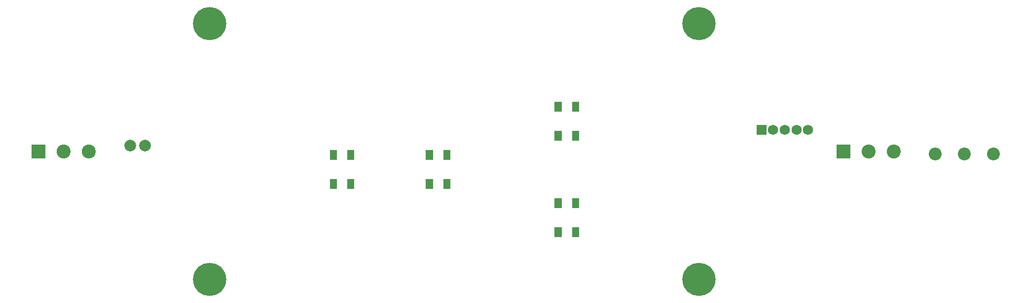
<source format=gts>
G04 Layer: TopSolderMaskLayer*
G04 EasyEDA v6.3.39, 2020-04-24T10:39:31-10:00*
G04 0f25efb224964ab9abe88dfcb523e386,a4d28be01f944deba2cf7c63a1f3ff09,10*
G04 Gerber Generator version 0.2*
G04 Scale: 100 percent, Rotated: No, Reflected: No *
G04 Dimensions in millimeters *
G04 leading zeros omitted , absolute positions ,3 integer and 3 decimal *
%FSLAX33Y33*%
%MOMM*%
G90*
G71D02*

%ADD25C,5.703189*%
%ADD27C,2.403196*%
%ADD29C,2.203196*%
%ADD31C,1.727200*%
%ADD32C,2.003196*%

%LPD*%
G54D25*
G01X33500Y48499D03*
G01X117499Y48499D03*
G01X33500Y4500D03*
G01X117499Y4500D03*
G36*
G01X141080Y25298D02*
G01X141080Y27701D01*
G01X143482Y27701D01*
G01X143482Y25298D01*
G01X141080Y25298D01*
G37*
G54D27*
G01X146599Y26499D03*
G01X150917Y26499D03*
G36*
G01X2881Y25298D02*
G01X2881Y27701D01*
G01X5284Y27701D01*
G01X5284Y25298D01*
G01X2881Y25298D01*
G37*
G01X8399Y26499D03*
G01X12717Y26499D03*
G36*
G01X54100Y20048D02*
G01X54100Y21750D01*
G01X55301Y21750D01*
G01X55301Y20048D01*
G01X54100Y20048D01*
G37*
G36*
G01X57100Y20048D02*
G01X57100Y21750D01*
G01X58301Y21750D01*
G01X58301Y20048D01*
G01X57100Y20048D01*
G37*
G36*
G01X57100Y25047D02*
G01X57100Y26751D01*
G01X58301Y26751D01*
G01X58301Y25047D01*
G01X57100Y25047D01*
G37*
G36*
G01X54100Y25047D02*
G01X54100Y26751D01*
G01X55301Y26751D01*
G01X55301Y25047D01*
G01X54100Y25047D01*
G37*
G36*
G01X70600Y20048D02*
G01X70600Y21750D01*
G01X71801Y21750D01*
G01X71801Y20048D01*
G01X70600Y20048D01*
G37*
G36*
G01X73599Y20048D02*
G01X73599Y21750D01*
G01X74801Y21750D01*
G01X74801Y20048D01*
G01X73599Y20048D01*
G37*
G36*
G01X73599Y25047D02*
G01X73599Y26751D01*
G01X74801Y26751D01*
G01X74801Y25047D01*
G01X73599Y25047D01*
G37*
G36*
G01X70600Y25047D02*
G01X70600Y26751D01*
G01X71801Y26751D01*
G01X71801Y25047D01*
G01X70600Y25047D01*
G37*
G36*
G01X92700Y28349D02*
G01X92700Y30051D01*
G01X93902Y30051D01*
G01X93902Y28349D01*
G01X92700Y28349D01*
G37*
G36*
G01X95700Y28349D02*
G01X95700Y30051D01*
G01X96901Y30051D01*
G01X96901Y28349D01*
G01X95700Y28349D01*
G37*
G36*
G01X95700Y33348D02*
G01X95700Y35052D01*
G01X96901Y35052D01*
G01X96901Y33348D01*
G01X95700Y33348D01*
G37*
G36*
G01X92700Y33348D02*
G01X92700Y35052D01*
G01X93902Y35052D01*
G01X93902Y33348D01*
G01X92700Y33348D01*
G37*
G36*
G01X92700Y11747D02*
G01X92700Y13449D01*
G01X93902Y13449D01*
G01X93902Y11747D01*
G01X92700Y11747D01*
G37*
G36*
G01X95700Y11747D02*
G01X95700Y13449D01*
G01X96901Y13449D01*
G01X96901Y11747D01*
G01X95700Y11747D01*
G37*
G36*
G01X95700Y16746D02*
G01X95700Y18450D01*
G01X96901Y18450D01*
G01X96901Y16746D01*
G01X95700Y16746D01*
G37*
G36*
G01X92700Y16746D02*
G01X92700Y18450D01*
G01X93902Y18450D01*
G01X93902Y16746D01*
G01X92700Y16746D01*
G37*
G54D29*
G01X168000Y26099D03*
G01X163000Y26099D03*
G01X158000Y26099D03*
G36*
G01X127336Y29337D02*
G01X127336Y31064D01*
G01X129063Y31064D01*
G01X129063Y29337D01*
G01X127336Y29337D01*
G37*
G54D31*
G01X130199Y30199D03*
G01X132199Y30199D03*
G01X134199Y30199D03*
G01X136199Y30199D03*
G54D32*
G01X22370Y27499D03*
G01X19830Y27499D03*
M00*
M02*

</source>
